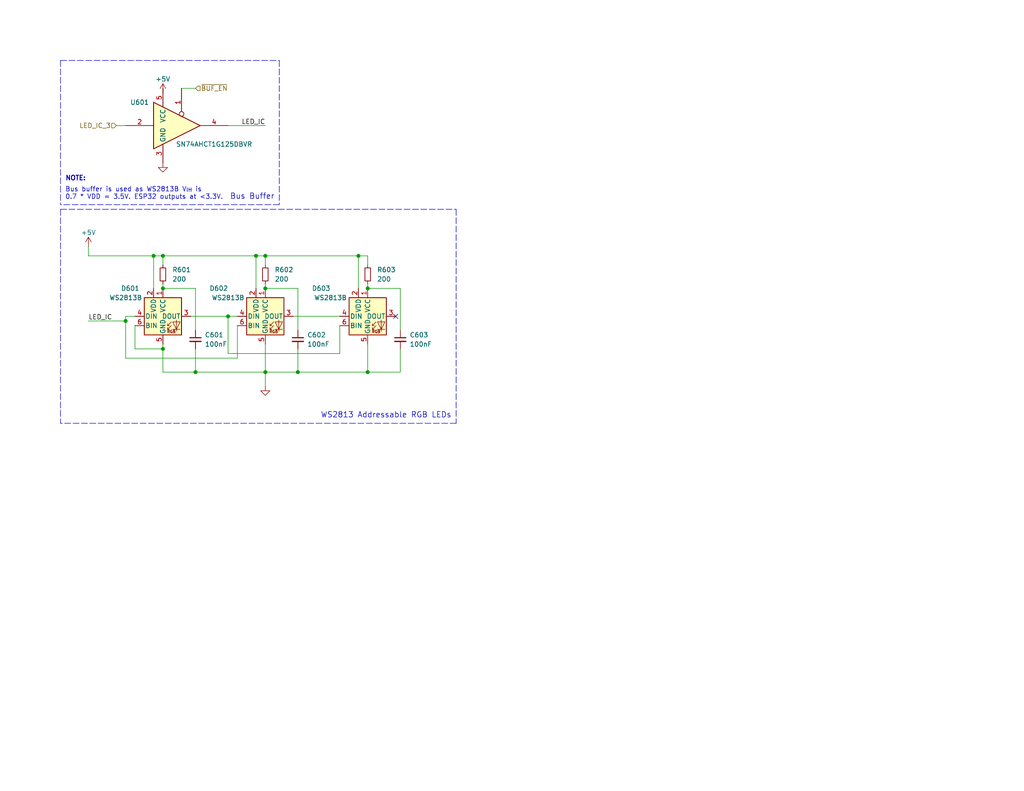
<source format=kicad_sch>
(kicad_sch (version 20230121) (generator eeschema)
  (paper "USLetter")
  (title_block (title "Addressable RGB LEDs") (date "2023-02-08") (rev "A") (company "Joshua Butler, MD, MHI"))
  (lib_symbols
    (symbol "74xGxx:74AHCT1G125"
      (property "Reference" "U" (at -2.54 3.81 0))
      (property "Value" "74AHCT1G125" (at 0 -3.81 0))
      (symbol "74AHCT1G125_0_1"
        (polyline (pts (xy -7.62 6.35) (xy -7.62 -6.35) (xy 5.08 0) (xy -7.62 6.35)) (stroke (width 0.254)) (fill (type background)))
      )
      (symbol "74AHCT1G125_1_1"
        (pin input inverted (at 0 10.16 270) (length 7.62) (name "~") (number "1"))
        (pin input line (at -15.24 0 0) (length 7.62) (name "~") (number "2"))
        (pin power_in line (at -5.08 -10.16 90) (length 5.08) (name "GND") (number "3"))
        (pin tri_state line (at 12.7 0 180) (length 7.62) (name "~") (number "4"))
        (pin power_in line (at -5.08 10.16 270) (length 5.08) (name "VCC") (number "5"))
      )
    )
    (symbol "Device:C_Small" (pin_numbers hide) (pin_names (offset 0.254) hide)
      (property "Reference" "C" (at 0.254 1.778 0))
      (property "Value" "C_Small" (at 0.254 -2.032 0))
      (symbol "C_Small_0_1"
        (polyline (pts (xy -1.524 -0.508) (xy 1.524 -0.508)) (stroke (width 0.3302)))
        (polyline (pts (xy -1.524 0.508) (xy 1.524 0.508)) (stroke (width 0.3048)))
      )
      (symbol "C_Small_1_1"
        (pin passive line (at 0 2.54 270) (length 2.032) (name "~") (number "1"))
        (pin passive line (at 0 -2.54 90) (length 2.032) (name "~") (number "2"))
      )
    )
    (symbol "Device:R_Small" (pin_numbers hide) (pin_names (offset 0.254) hide)
      (property "Reference" "R" (at 0.762 0.508 0))
      (property "Value" "R_Small" (at 0.762 -1.016 0))
      (symbol "R_Small_0_1"
        (rectangle (start -0.762 1.778) (end 0.762 -1.778) (stroke (width 0.2032)))
      )
      (symbol "R_Small_1_1"
        (pin passive line (at 0 2.54 270) (length 0.762) (name "~") (number "1"))
        (pin passive line (at 0 -2.54 90) (length 0.762) (name "~") (number "2"))
      )
    )
    (symbol "LED:WS2813" (pin_names (offset 0.254))
      (property "Reference" "D" (at 5.08 5.715 0))
      (property "Value" "WS2813" (at 1.27 -5.715 0))
      (symbol "WS2813_0_0"
        (text "RGB" (at 2.286 -4.191 0) (effects (font (size 0.762 0.762))))
      )
      (symbol "WS2813_0_1"
        (polyline (pts (xy 1.27 -3.556) (xy 1.778 -3.556)))
        (polyline (pts (xy 1.27 -2.54) (xy 1.778 -2.54)))
        (polyline (pts (xy 4.699 -3.556) (xy 2.667 -3.556)))
        (polyline (pts (xy 2.286 -2.54) (xy 1.27 -3.556) (xy 1.27 -3.048)))
        (polyline (pts (xy 2.286 -1.524) (xy 1.27 -2.54) (xy 1.27 -2.032)))
        (polyline (pts (xy 3.683 -1.016) (xy 3.683 -3.556) (xy 3.683 -4.064)))
        (polyline (pts (xy 4.699 -1.524) (xy 2.667 -1.524) (xy 3.683 -3.556) (xy 4.699 -1.524)))
        (rectangle (start 5.08 5.08) (end -5.08 -5.08) (stroke (width 0.254)) (fill (type background)))
      )
      (symbol "WS2813_1_1"
        (pin power_in line (at 0 7.62 270) (length 2.54) (name "VCC") (number "1"))
        (pin power_in line (at -2.54 7.62 270) (length 2.54) (name "VDD") (number "2"))
        (pin output line (at 7.62 0 180) (length 2.54) (name "DOUT") (number "3"))
        (pin input line (at -7.62 0 0) (length 2.54) (name "DIN") (number "4"))
        (pin power_in line (at 0 -7.62 90) (length 2.54) (name "GND") (number "5"))
        (pin input line (at -7.62 -2.54 0) (length 2.54) (name "BIN") (number "6"))
      )
    )
    (symbol "power:+5V" (power) (pin_names (offset 0))
      (property "Value" "+5V" (at 0 3.556 0))
      (symbol "+5V_0_1"
        (polyline (pts (xy -0.762 1.27) (xy 0 2.54)))
        (polyline (pts (xy 0 0) (xy 0 2.54)))
        (polyline (pts (xy 0 2.54) (xy 0.762 1.27)))
      )
      (symbol "+5V_1_1"
        (pin power_in line (at 0 0 90) (length 0) hide (name "+5V") (number "1"))
      )
    )
    (symbol "power:GND" (power) (pin_names (offset 0))
      (property "Value" "GND" (at 0 -3.81 0))
      (symbol "GND_0_1"
        (polyline (pts (xy 0 0) (xy 0 -1.27) (xy 1.27 -1.27) (xy 0 -2.54) (xy -1.27 -1.27) (xy 0 -1.27)))
      )
      (symbol "GND_1_1"
        (pin power_in line (at 0 0 270) (length 0) hide (name "GND") (number "1"))
      )
    )
  )
  (junction (at 100.33 101.6))
  (junction (at 72.39 101.6))
  (junction (at 62.23 86.36))
  (junction (at 81.28 101.6))
  (junction (at 69.85 69.85))
  (junction (at 97.79 69.85))
  (junction (at 72.39 78.74))
  (junction (at 44.45 78.74))
  (junction (at 72.39 69.85))
  (junction (at 44.45 69.85))
  (junction (at 100.33 78.74))
  (junction (at 53.34 101.6))
  (junction (at 41.91 69.85))
  (junction (at 34.29 87.63))
  (junction (at 44.45 95.25))
  (no_connect (at 107.95 86.36))
  (wire (pts (xy 24.13 69.85) (xy 41.91 69.85)))
  (wire (pts (xy 44.45 93.98) (xy 44.45 95.25)))
  (wire (pts (xy 72.39 72.39) (xy 72.39 69.85)))
  (wire (pts (xy 62.23 86.36) (xy 62.23 96.52)))
  (wire (pts (xy 41.91 69.85) (xy 41.91 78.74)))
  (polyline (pts (xy 16.51 16.51) (xy 76.2 16.51)) (stroke (width 0) (type dash)))
  (wire (pts (xy 44.45 77.47) (xy 44.45 78.74)))
  (wire (pts (xy 36.83 88.9) (xy 36.83 95.25)))
  (wire (pts (xy 100.33 77.47) (xy 100.33 78.74)))
  (polyline (pts (xy 76.2 55.88) (xy 16.51 55.88)) (stroke (width 0) (type dash)))
  (wire (pts (xy 100.33 69.85) (xy 97.79 69.85)))
  (wire (pts (xy 44.45 101.6) (xy 53.34 101.6)))
  (polyline (pts (xy 16.51 57.15) (xy 124.46 57.15)) (stroke (width 0) (type dash)))
  (wire (pts (xy 44.45 69.85) (xy 69.85 69.85)))
  (wire (pts (xy 100.33 72.39) (xy 100.33 69.85)))
  (wire (pts (xy 109.22 90.17) (xy 109.22 78.74)))
  (wire (pts (xy 24.13 87.63) (xy 34.29 87.63)))
  (wire (pts (xy 109.22 95.25) (xy 109.22 101.6)))
  (polyline (pts (xy 124.46 57.15) (xy 124.46 115.57)) (stroke (width 0) (type dash)))
  (wire (pts (xy 31.75 34.29) (xy 34.29 34.29)))
  (polyline (pts (xy 16.51 57.15) (xy 16.51 115.57)) (stroke (width 0) (type dash)))
  (wire (pts (xy 72.39 69.85) (xy 97.79 69.85)))
  (wire (pts (xy 34.29 87.63) (xy 34.29 97.79)))
  (wire (pts (xy 44.45 69.85) (xy 44.45 72.39)))
  (wire (pts (xy 81.28 78.74) (xy 72.39 78.74)))
  (wire (pts (xy 44.45 95.25) (xy 44.45 101.6)))
  (wire (pts (xy 81.28 101.6) (xy 72.39 101.6)))
  (wire (pts (xy 62.23 86.36) (xy 64.77 86.36)))
  (wire (pts (xy 72.39 77.47) (xy 72.39 78.74)))
  (wire (pts (xy 53.34 78.74) (xy 44.45 78.74)))
  (wire (pts (xy 81.28 101.6) (xy 100.33 101.6)))
  (wire (pts (xy 64.77 88.9) (xy 64.77 97.79)))
  (wire (pts (xy 72.39 69.85) (xy 69.85 69.85)))
  (wire (pts (xy 62.23 96.52) (xy 92.71 96.52)))
  (wire (pts (xy 100.33 101.6) (xy 100.33 93.98)))
  (wire (pts (xy 24.13 67.31) (xy 24.13 69.85)))
  (wire (pts (xy 36.83 95.25) (xy 44.45 95.25)))
  (wire (pts (xy 109.22 78.74) (xy 100.33 78.74)))
  (wire (pts (xy 44.45 25.4) (xy 44.45 24.13)))
  (polyline (pts (xy 16.51 16.51) (xy 16.51 55.88)) (stroke (width 0) (type dash)))
  (wire (pts (xy 34.29 86.36) (xy 36.83 86.36)))
  (polyline (pts (xy 124.46 115.57) (xy 16.51 115.57)) (stroke (width 0) (type dash)))
  (wire (pts (xy 97.79 69.85) (xy 97.79 78.74)))
  (wire (pts (xy 92.71 96.52) (xy 92.71 88.9)))
  (wire (pts (xy 53.34 24.13) (xy 49.53 24.13)))
  (wire (pts (xy 41.91 69.85) (xy 44.45 69.85)))
  (wire (pts (xy 81.28 95.25) (xy 81.28 101.6)))
  (wire (pts (xy 53.34 90.17) (xy 53.34 78.74)))
  (wire (pts (xy 72.39 101.6) (xy 72.39 93.98)))
  (wire (pts (xy 81.28 90.17) (xy 81.28 78.74)))
  (wire (pts (xy 64.77 97.79) (xy 34.29 97.79)))
  (wire (pts (xy 69.85 69.85) (xy 69.85 78.74)))
  (wire (pts (xy 53.34 101.6) (xy 72.39 101.6)))
  (wire (pts (xy 34.29 87.63) (xy 34.29 86.36)))
  (polyline (pts (xy 76.2 16.51) (xy 76.2 55.88)) (stroke (width 0) (type dash)))
  (wire (pts (xy 109.22 101.6) (xy 100.33 101.6)))
  (wire (pts (xy 80.01 86.36) (xy 92.71 86.36)))
  (wire (pts (xy 72.39 101.6) (xy 72.39 105.41)))
  (wire (pts (xy 53.34 95.25) (xy 53.34 101.6)))
  (wire (pts (xy 62.23 34.29) (xy 72.39 34.29)))
  (wire (pts (xy 52.07 86.36) (xy 62.23 86.36)))
  (text "Bus Buffer" (at 74.93 54.61 0) (effects (font (size 1.5 1.5)) (justify right bottom)))
  (text "\nBus buffer is used as WS2813B V_{IH} is\n0.7 * VDD = 3.5V. ESP32 outputs at <3.3V." (at 17.78 54.61 0) (effects (font (size 1.27 1.27)) (justify left bottom)))
  (text "WS2813 Addressable RGB LEDs" (at 123.19 114.3 0) (effects (font (size 1.5 1.5)) (justify right bottom)))
  (text "NOTE:" (at 17.78 49.53 0) (effects (font (size 1.27 1.27) (thickness 0.254) bold) (justify left bottom)))
  (label "LED_IC" (at 24.13 87.63 0))
  (label "LED_IC" (at 72.39 34.29 180))
  (hierarchical_label "LED_IC_3" (shape input) (at 31.75 34.29 180))
  (hierarchical_label "~{BUF_EN}" (shape input) (at 53.34 24.13 0))
  (symbol (lib_id "Device:C_Small") (at 53.34 92.71 0) (unit 1)
    (property "Reference" "C601" (at 55.88 91.4462 0) (effects (justify left)))
    (property "Value" "100nF" (at 55.88 93.9862 0) (effects (justify left)))
    (property "Footprint" "Capacitor_SMD:C_0603_1608Metric" (effects hide))
    (property "LCSC" "C14663" (effects hide))
  )
  (symbol (lib_id "LED:WS2813") (at 44.45 86.36 0) (unit 1)
    (property "Reference" "D601" (at 38.1 78.74 0) (effects (justify right)))
    (property "Value" "WS2813B" (at 34.29 81.28 0))
    (property "Footprint" "LED_SMD:LED_WS2812_PLCC6_5.0x5.0mm_P1.6mm" (effects hide))
    (property "Datasheet" "http://www.normandled.com/upload/201605/WS2813%20LED%20Datasheet.pdf" (effects hide))
    (property "LCSC" "C194323" (effects hide))
  )
  (symbol (lib_id "power:GND") (at 44.45 44.45 0) (unit 1)
    (property "Reference" "#PWR0602" (effects hide))
    (property "Value" "GND" (effects hide))
  )
  (symbol (lib_id "power:+5V") (at 44.45 25.4 0) (unit 1)
    (property "Reference" "#PWR0601" (effects hide))
    (property "Value" "+5V" (at 44.45 21.59 0))
  )
  (symbol (lib_id "LED:WS2813") (at 100.33 86.36 0) (unit 1)
    (property "Reference" "D603" (at 87.63 78.74 0))
    (property "Value" "WS2813B" (at 90.17 81.28 0))
    (property "Footprint" "LED_SMD:LED_WS2812_PLCC6_5.0x5.0mm_P1.6mm" (effects hide))
    (property "Datasheet" "http://www.normandled.com/upload/201605/WS2813%20LED%20Datasheet.pdf" (effects hide))
    (property "LCSC" "C194323" (effects hide))
  )
  (symbol (lib_id "Device:R_Small") (at 100.33 74.93 0) (unit 1)
    (property "Reference" "R603" (at 102.87 73.6599 0) (effects (justify left)))
    (property "Value" "200" (at 102.87 76.1999 0) (effects (justify left)))
    (property "Footprint" "Resistor_SMD:R_0603_1608Metric" (effects hide))
    (property "LCSC" "C8218" (effects hide))
  )
  (symbol (lib_id "power:GND") (at 72.39 105.41 0) (unit 1)
    (property "Reference" "#PWR?" (effects hide))
    (property "Value" "GND" (effects hide))
    (instances (project "iot_playground" (path "" (reference "#PWR?") (unit 1)) (path "" (reference "#PWR0604") (unit 1))))
  )
  (symbol (lib_id "LED:WS2813") (at 72.39 86.36 0) (unit 1)
    (property "Reference" "D602" (at 59.69 78.74 0))
    (property "Value" "WS2813B" (at 62.23 81.28 0))
    (property "Footprint" "LED_SMD:LED_WS2812_PLCC6_5.0x5.0mm_P1.6mm" (effects hide))
    (property "Datasheet" "http://www.normandled.com/upload/201605/WS2813%20LED%20Datasheet.pdf" (effects hide))
    (property "LCSC" "C194323" (effects hide))
  )
  (symbol (lib_id "Device:R_Small") (at 72.39 74.93 0) (unit 1)
    (property "Reference" "R602" (at 74.93 73.6599 0) (effects (justify left)))
    (property "Value" "200" (at 74.93 76.1999 0) (effects (justify left)))
    (property "Footprint" "Resistor_SMD:R_0603_1608Metric" (effects hide))
    (property "LCSC" "C8218" (effects hide))
  )
  (symbol (lib_id "74xGxx:74AHCT1G125") (at 49.53 34.29 0) (unit 1)
    (property "Reference" "U601" (at 38.1 27.94 0))
    (property "Value" "SN74AHCT1G125DBVR" (at 58.42 39.37 0))
    (property "Footprint" "Package_TO_SOT_SMD:SOT-23-5" (effects hide))
    (property "Datasheet" "http://www.ti.com/lit/sg/scyt129e/scyt129e.pdf" (effects hide))
    (property "LCSC" "C7484" (effects hide))
  )
  (symbol (lib_id "power:+5V") (at 24.13 67.31 0) (unit 1)
    (property "Reference" "#PWR0603" (effects hide))
    (property "Value" "+5V" (at 24.13 63.5 0))
  )
  (symbol (lib_id "Device:C_Small") (at 109.22 92.71 0) (unit 1)
    (property "Reference" "C603" (at 111.76 91.4462 0) (effects (justify left)))
    (property "Value" "100nF" (at 111.76 93.9862 0) (effects (justify left)))
    (property "Footprint" "Capacitor_SMD:C_0603_1608Metric" (effects hide))
    (property "LCSC" "C14663" (effects hide))
  )
  (symbol (lib_id "Device:R_Small") (at 44.45 74.93 0) (unit 1)
    (property "Reference" "R601" (at 46.99 73.6599 0) (effects (justify left)))
    (property "Value" "200" (at 46.99 76.1999 0) (effects (justify left)))
    (property "Footprint" "Resistor_SMD:R_0603_1608Metric" (effects hide))
    (property "LCSC" "C8218" (effects hide))
  )
  (symbol (lib_id "Device:C_Small") (at 81.28 92.71 0) (unit 1)
    (property "Reference" "C602" (at 83.82 91.4462 0) (effects (justify left)))
    (property "Value" "100nF" (at 83.82 93.9862 0) (effects (justify left)))
    (property "Footprint" "Capacitor_SMD:C_0603_1608Metric" (effects hide))
    (property "LCSC" "C14663" (effects hide))
  )
)
</source>
